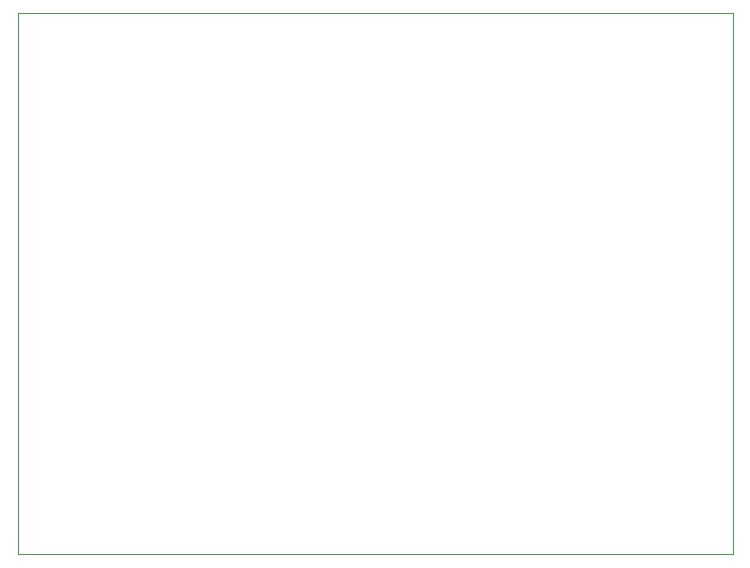
<source format=gm1>
G04 #@! TF.FileFunction,Profile,NP*
%FSLAX46Y46*%
G04 Gerber Fmt 4.6, Leading zero omitted, Abs format (unit mm)*
G04 Created by KiCad (PCBNEW 4.0.6+dfsg1-1) date Tue Dec 26 18:50:37 2017*
%MOMM*%
%LPD*%
G01*
G04 APERTURE LIST*
%ADD10C,0.100000*%
%ADD11C,0.010000*%
G04 APERTURE END LIST*
D10*
D11*
X27700000Y-183400000D02*
X27700000Y-137600000D01*
X88200000Y-183400000D02*
X27700000Y-183400000D01*
X88200000Y-137600000D02*
X88200000Y-183400000D01*
X27700000Y-137600000D02*
X88200000Y-137600000D01*
M02*

</source>
